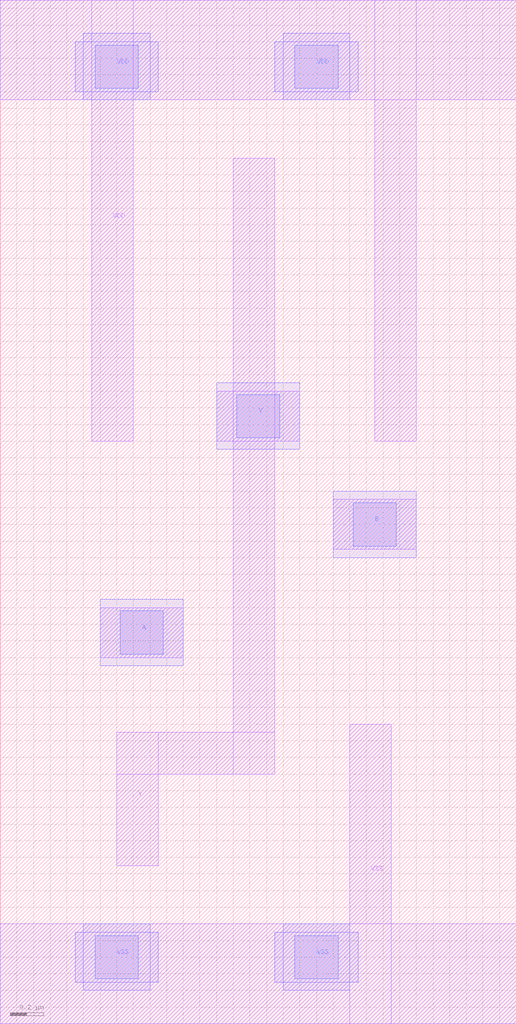
<source format=lef>
# Copyright 2022 Google LLC
# Licensed under the Apache License, Version 2.0 (the "License");
# you may not use this file except in compliance with the License.
# You may obtain a copy of the License at
#
#      http://www.apache.org/licenses/LICENSE-2.0
#
# Unless required by applicable law or agreed to in writing, software
# distributed under the License is distributed on an "AS IS" BASIS,
# WITHOUT WARRANTIES OR CONDITIONS OF ANY KIND, either express or implied.
# See the License for the specific language governing permissions and
# limitations under the License.
VERSION 5.7 ;
BUSBITCHARS "[]" ;
DIVIDERCHAR "/" ;

MACRO gf180mcu_osu_sc_9T_nand2_1
  CLASS CORE ;
  ORIGIN 0 0 ;
  FOREIGN gf180mcu_osu_sc_9T_nand2_1 0 0 ;
  SIZE 3.1 BY 6.15 ;
  SYMMETRY X Y ;
  SITE GF018hv5v_mcu_sc7 ;
  PIN A
    DIRECTION INPUT ;
    USE SIGNAL ;
    PORT
      LAYER MET1 ;
        RECT 0.6 2.2 1.1 2.5 ;
      LAYER MET2 ;
        RECT 0.6 2.15 1.1 2.55 ;
      LAYER VIA12 ;
        RECT 0.72 2.22 0.98 2.48 ;
    END
  END A
  PIN B
    DIRECTION INPUT ;
    USE SIGNAL ;
    PORT
      LAYER MET1 ;
        RECT 2 2.85 2.5 3.15 ;
      LAYER MET2 ;
        RECT 2 2.8 2.5 3.2 ;
      LAYER VIA12 ;
        RECT 2.12 2.87 2.38 3.13 ;
    END
  END B
  PIN VDD
    DIRECTION INOUT ;
    USE POWER ;
    SHAPE ABUTMENT ;
    PORT
      LAYER MET1 ;
        RECT 0 5.55 3.1 6.15 ;
        RECT 2.25 3.5 2.5 6.15 ;
        RECT 0.55 3.5 0.8 6.15 ;
      LAYER MET2 ;
        RECT 1.65 5.6 2.15 5.9 ;
        RECT 1.7 5.55 2.1 5.95 ;
        RECT 0.45 5.6 0.95 5.9 ;
        RECT 0.5 5.55 0.9 5.95 ;
      LAYER VIA12 ;
        RECT 0.57 5.62 0.83 5.88 ;
        RECT 1.77 5.62 2.03 5.88 ;
    END
  END VDD
  PIN VSS
    DIRECTION INOUT ;
    USE GROUND ;
    PORT
      LAYER MET1 ;
        RECT 0 0 3.1 0.6 ;
        RECT 2.1 0 2.35 1.8 ;
      LAYER MET2 ;
        RECT 1.65 0.25 2.15 0.55 ;
        RECT 1.7 0.2 2.1 0.6 ;
        RECT 0.45 0.25 0.95 0.55 ;
        RECT 0.5 0.2 0.9 0.6 ;
      LAYER VIA12 ;
        RECT 0.57 0.27 0.83 0.53 ;
        RECT 1.77 0.27 2.03 0.53 ;
    END
  END VSS
  PIN Y
    DIRECTION OUTPUT ;
    USE SIGNAL ;
    PORT
      LAYER MET1 ;
        RECT 1.3 3.5 1.8 3.8 ;
        RECT 1.4 1.5 1.65 5.2 ;
        RECT 0.7 1.5 1.65 1.75 ;
        RECT 0.7 0.95 0.95 1.75 ;
      LAYER MET2 ;
        RECT 1.3 3.45 1.8 3.85 ;
      LAYER VIA12 ;
        RECT 1.42 3.52 1.68 3.78 ;
    END
  END Y
END gf180mcu_osu_sc_9T_nand2_1

</source>
